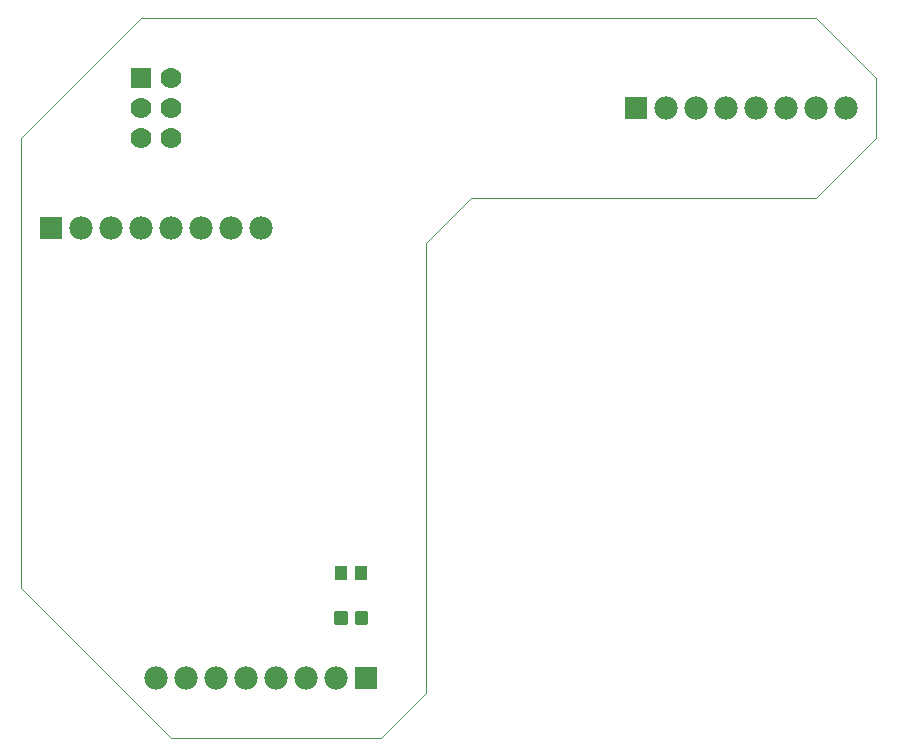
<source format=gts>
G75*
%MOIN*%
%OFA0B0*%
%FSLAX25Y25*%
%IPPOS*%
%LPD*%
%AMOC8*
5,1,8,0,0,1.08239X$1,22.5*
%
%ADD10C,0.00000*%
%ADD11R,0.07000X0.07000*%
%ADD12C,0.07000*%
%ADD13R,0.07800X0.07800*%
%ADD14C,0.07800*%
%ADD15C,0.01301*%
%ADD16R,0.04337X0.04731*%
D10*
X0051000Y0001000D02*
X0121000Y0001000D01*
X0136000Y0016000D01*
X0136000Y0166000D01*
X0151000Y0181000D01*
X0266000Y0181000D01*
X0286000Y0201000D01*
X0286000Y0221000D01*
X0266000Y0241000D01*
X0041000Y0241000D01*
X0001000Y0201000D01*
X0001000Y0051000D01*
X0051000Y0001000D01*
D11*
X0041000Y0221000D03*
D12*
X0051000Y0221000D03*
X0051000Y0211000D03*
X0041000Y0211000D03*
X0041000Y0201000D03*
X0051000Y0201000D03*
D13*
X0011000Y0171000D03*
X0116000Y0021000D03*
X0206000Y0211000D03*
D14*
X0046000Y0021000D03*
X0056000Y0021000D03*
X0066000Y0021000D03*
X0076000Y0021000D03*
X0086000Y0021000D03*
X0096000Y0021000D03*
X0106000Y0021000D03*
X0081000Y0171000D03*
X0071000Y0171000D03*
X0061000Y0171000D03*
X0051000Y0171000D03*
X0041000Y0171000D03*
X0031000Y0171000D03*
X0021000Y0171000D03*
X0216000Y0211000D03*
X0226000Y0211000D03*
X0236000Y0211000D03*
X0246000Y0211000D03*
X0256000Y0211000D03*
X0266000Y0211000D03*
X0276000Y0211000D03*
D15*
X0115971Y0042518D02*
X0115971Y0039482D01*
X0112935Y0039482D01*
X0112935Y0042518D01*
X0115971Y0042518D01*
X0115971Y0040782D02*
X0112935Y0040782D01*
X0112935Y0042082D02*
X0115971Y0042082D01*
X0109065Y0042518D02*
X0109065Y0039482D01*
X0106029Y0039482D01*
X0106029Y0042518D01*
X0109065Y0042518D01*
X0109065Y0040782D02*
X0106029Y0040782D01*
X0106029Y0042082D02*
X0109065Y0042082D01*
D16*
X0107654Y0056000D03*
X0114346Y0056000D03*
M02*

</source>
